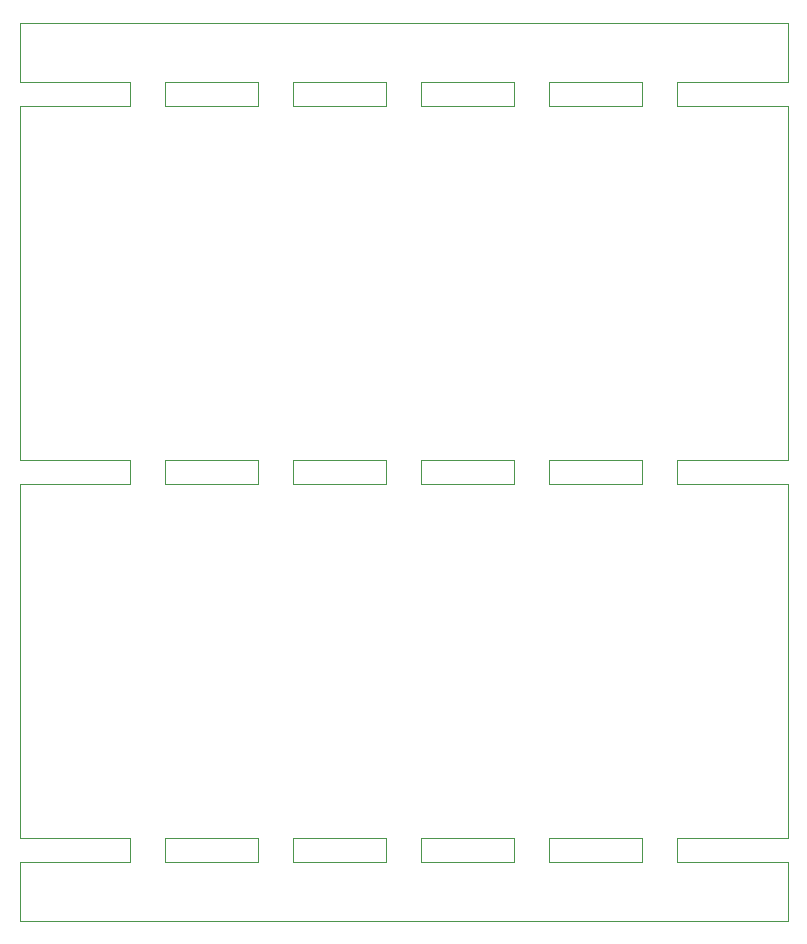
<source format=gbr>
%TF.GenerationSoftware,KiCad,Pcbnew,8.0.4*%
%TF.CreationDate,2024-08-18T00:19:52+02:00*%
%TF.ProjectId,untitled,756e7469-746c-4656-942e-6b696361645f,rev?*%
%TF.SameCoordinates,Original*%
%TF.FileFunction,Profile,NP*%
%FSLAX46Y46*%
G04 Gerber Fmt 4.6, Leading zero omitted, Abs format (unit mm)*
G04 Created by KiCad (PCBNEW 8.0.4) date 2024-08-18 00:19:52*
%MOMM*%
%LPD*%
G01*
G04 APERTURE LIST*
%TA.AperFunction,Profile*%
%ADD10C,0.100000*%
%TD*%
G04 APERTURE END LIST*
D10*
X160833333Y-57000500D02*
X168666666Y-57000500D01*
X125333333Y-57999500D02*
X125333333Y-58001500D01*
X150000000Y-58001500D02*
X150000000Y-57999500D01*
X160833333Y-27000500D02*
X160833333Y-25000000D01*
X157833333Y-58001500D02*
X157833333Y-59000500D01*
X147000000Y-57000500D02*
X147000000Y-57999500D01*
X160833333Y-25000000D02*
X168666666Y-25000000D01*
X128333333Y-25000000D02*
X136166666Y-25000000D01*
X128333333Y-91001500D02*
X128333333Y-89000500D01*
X136166666Y-58001500D02*
X136166666Y-59000500D01*
X157833333Y-27000500D02*
X150000000Y-27000500D01*
X181000000Y-96001500D02*
X181000000Y-91001500D01*
X181000000Y-91001500D02*
X171666666Y-91001500D01*
X139166666Y-25000000D02*
X147000000Y-25000000D01*
X116000000Y-91001500D02*
X116000000Y-96001500D01*
X116000000Y-96001500D02*
X181000000Y-96001500D01*
X181000000Y-25000000D02*
X181000000Y-20000000D01*
X125333333Y-25000000D02*
X125333333Y-27000500D01*
X168666666Y-58001500D02*
X168666666Y-59000500D01*
X168666666Y-91001500D02*
X160833333Y-91001500D01*
X125333333Y-57000500D02*
X125333333Y-57999500D01*
X160833333Y-57999500D02*
X160833333Y-57000500D01*
X168666666Y-57000500D02*
X168666666Y-57999500D01*
X160833333Y-58001500D02*
X160833333Y-57999500D01*
X128333333Y-57000500D02*
X136166666Y-57000500D01*
X128333333Y-27000500D02*
X128333333Y-25000000D01*
X125333333Y-58001500D02*
X125333333Y-59000500D01*
X150000000Y-57999500D02*
X150000000Y-57000500D01*
X147000000Y-59000500D02*
X139166666Y-59000500D01*
X116000000Y-59000500D02*
X116000000Y-89000500D01*
X168666666Y-25000000D02*
X168666666Y-27000500D01*
X150000000Y-91001500D02*
X150000000Y-89000500D01*
X157833333Y-89000500D02*
X157833333Y-91001500D01*
X150000000Y-89000500D02*
X157833333Y-89000500D01*
X136166666Y-57999500D02*
X136166666Y-58001500D01*
X150000000Y-59000500D02*
X150000000Y-58001500D01*
X160833333Y-89000500D02*
X168666666Y-89000500D01*
X128333333Y-58001500D02*
X128333333Y-57999500D01*
X128333333Y-59000500D02*
X128333333Y-58001500D01*
X136166666Y-91001500D02*
X128333333Y-91001500D01*
X139166666Y-27000500D02*
X139166666Y-25000000D01*
X147000000Y-58001500D02*
X147000000Y-59000500D01*
X157833333Y-57999500D02*
X157833333Y-58001500D01*
X116000000Y-27000500D02*
X116000000Y-57000500D01*
X125333333Y-89000500D02*
X125333333Y-91001500D01*
X139166666Y-59000500D02*
X139166666Y-58001500D01*
X171666666Y-89000500D02*
X181000000Y-89000500D01*
X157833333Y-57000500D02*
X157833333Y-57999500D01*
X168666666Y-89000500D02*
X168666666Y-91001500D01*
X181000000Y-57000500D02*
X181000000Y-27000500D01*
X147000000Y-57999500D02*
X147000000Y-58001500D01*
X139166666Y-58001500D02*
X139166666Y-57999500D01*
X168666666Y-27000500D02*
X160833333Y-27000500D01*
X116000000Y-20000000D02*
X116000000Y-25000000D01*
X147000000Y-27000500D02*
X139166666Y-27000500D01*
X168666666Y-57999500D02*
X168666666Y-58001500D01*
X150000000Y-25000000D02*
X157833333Y-25000000D01*
X125333333Y-91001500D02*
X116000000Y-91001500D01*
X181000000Y-20000000D02*
X116000000Y-20000000D01*
X171666666Y-58001500D02*
X171666666Y-57999500D01*
X128333333Y-89000500D02*
X136166666Y-89000500D01*
X157833333Y-91001500D02*
X150000000Y-91001500D01*
X125333333Y-59000500D02*
X116000000Y-59000500D01*
X139166666Y-89000500D02*
X147000000Y-89000500D01*
X181000000Y-59000500D02*
X171666666Y-59000500D01*
X171666666Y-27000500D02*
X171666666Y-25000000D01*
X116000000Y-89000500D02*
X125333333Y-89000500D01*
X147000000Y-25000000D02*
X147000000Y-27000500D01*
X116000000Y-25000000D02*
X125333333Y-25000000D01*
X128333333Y-57999500D02*
X128333333Y-57000500D01*
X136166666Y-57000500D02*
X136166666Y-57999500D01*
X157833333Y-25000000D02*
X157833333Y-27000500D01*
X171666666Y-91001500D02*
X171666666Y-89000500D01*
X181000000Y-89000500D02*
X181000000Y-59000500D01*
X181000000Y-27000500D02*
X171666666Y-27000500D01*
X136166666Y-59000500D02*
X128333333Y-59000500D01*
X171666666Y-57999500D02*
X171666666Y-57000500D01*
X139166666Y-57000500D02*
X147000000Y-57000500D01*
X125333333Y-27000500D02*
X116000000Y-27000500D01*
X147000000Y-91001500D02*
X139166666Y-91001500D01*
X136166666Y-25000000D02*
X136166666Y-27000500D01*
X168666666Y-59000500D02*
X160833333Y-59000500D01*
X171666666Y-57000500D02*
X181000000Y-57000500D01*
X139166666Y-57999500D02*
X139166666Y-57000500D01*
X150000000Y-57000500D02*
X157833333Y-57000500D01*
X136166666Y-89000500D02*
X136166666Y-91001500D01*
X160833333Y-59000500D02*
X160833333Y-58001500D01*
X157833333Y-59000500D02*
X150000000Y-59000500D01*
X171666666Y-25000000D02*
X181000000Y-25000000D01*
X160833333Y-91001500D02*
X160833333Y-89000500D01*
X171666666Y-59000500D02*
X171666666Y-58001500D01*
X139166666Y-91001500D02*
X139166666Y-89000500D01*
X150000000Y-27000500D02*
X150000000Y-25000000D01*
X136166666Y-27000500D02*
X128333333Y-27000500D01*
X116000000Y-57000500D02*
X125333333Y-57000500D01*
X147000000Y-89000500D02*
X147000000Y-91001500D01*
M02*

</source>
